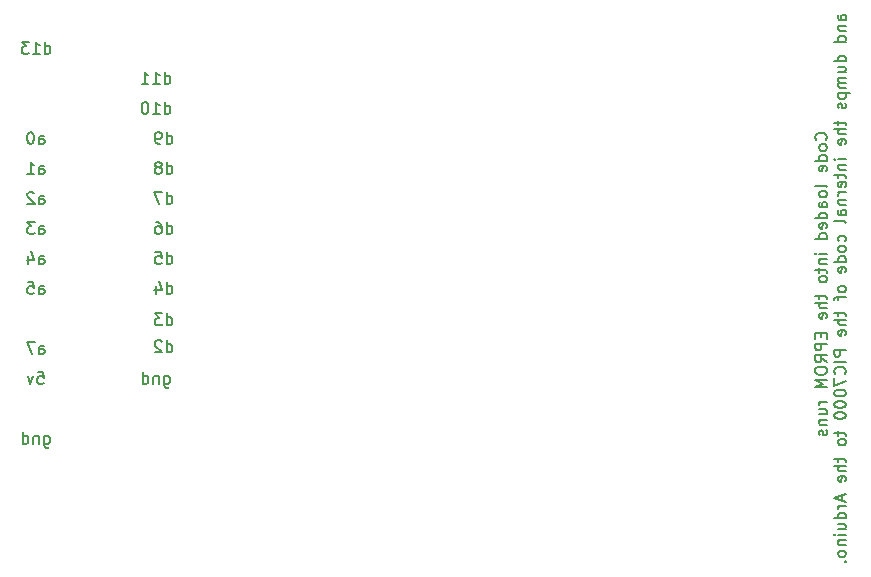
<source format=gbo>
%TF.GenerationSoftware,KiCad,Pcbnew,(6.0.0)*%
%TF.CreationDate,2023-01-29T20:34:43-05:00*%
%TF.ProjectId,dumper,64756d70-6572-42e6-9b69-6361645f7063,rev?*%
%TF.SameCoordinates,Original*%
%TF.FileFunction,Legend,Bot*%
%TF.FilePolarity,Positive*%
%FSLAX46Y46*%
G04 Gerber Fmt 4.6, Leading zero omitted, Abs format (unit mm)*
G04 Created by KiCad (PCBNEW (6.0.0)) date 2023-01-29 20:34:43*
%MOMM*%
%LPD*%
G01*
G04 APERTURE LIST*
%ADD10C,0.150000*%
%ADD11C,1.700000*%
%ADD12R,1.600000X1.600000*%
%ADD13O,1.600000X1.600000*%
%ADD14C,1.600000*%
%ADD15R,1.295400X1.295400*%
%ADD16C,1.295400*%
%ADD17C,3.200000*%
%ADD18R,1.800000X1.800000*%
%ADD19C,1.800000*%
G04 APERTURE END LIST*
D10*
X80906904Y-121737380D02*
X80906904Y-121213571D01*
X80954523Y-121118333D01*
X81049761Y-121070714D01*
X81240238Y-121070714D01*
X81335476Y-121118333D01*
X80906904Y-121689761D02*
X81002142Y-121737380D01*
X81240238Y-121737380D01*
X81335476Y-121689761D01*
X81383095Y-121594523D01*
X81383095Y-121499285D01*
X81335476Y-121404047D01*
X81240238Y-121356428D01*
X81002142Y-121356428D01*
X80906904Y-121308809D01*
X80002142Y-121070714D02*
X80002142Y-121737380D01*
X80240238Y-120689761D02*
X80478333Y-121404047D01*
X79859285Y-121404047D01*
X81335476Y-136310714D02*
X81335476Y-137120238D01*
X81383095Y-137215476D01*
X81430714Y-137263095D01*
X81525952Y-137310714D01*
X81668809Y-137310714D01*
X81764047Y-137263095D01*
X81335476Y-136929761D02*
X81430714Y-136977380D01*
X81621190Y-136977380D01*
X81716428Y-136929761D01*
X81764047Y-136882142D01*
X81811666Y-136786904D01*
X81811666Y-136501190D01*
X81764047Y-136405952D01*
X81716428Y-136358333D01*
X81621190Y-136310714D01*
X81430714Y-136310714D01*
X81335476Y-136358333D01*
X80859285Y-136310714D02*
X80859285Y-136977380D01*
X80859285Y-136405952D02*
X80811666Y-136358333D01*
X80716428Y-136310714D01*
X80573571Y-136310714D01*
X80478333Y-136358333D01*
X80430714Y-136453571D01*
X80430714Y-136977380D01*
X79525952Y-136977380D02*
X79525952Y-135977380D01*
X79525952Y-136929761D02*
X79621190Y-136977380D01*
X79811666Y-136977380D01*
X79906904Y-136929761D01*
X79954523Y-136882142D01*
X80002142Y-136786904D01*
X80002142Y-136501190D01*
X79954523Y-136405952D01*
X79906904Y-136358333D01*
X79811666Y-136310714D01*
X79621190Y-136310714D01*
X79525952Y-136358333D01*
X81383095Y-103957380D02*
X81383095Y-102957380D01*
X81383095Y-103909761D02*
X81478333Y-103957380D01*
X81668809Y-103957380D01*
X81764047Y-103909761D01*
X81811666Y-103862142D01*
X81859285Y-103766904D01*
X81859285Y-103481190D01*
X81811666Y-103385952D01*
X81764047Y-103338333D01*
X81668809Y-103290714D01*
X81478333Y-103290714D01*
X81383095Y-103338333D01*
X80383095Y-103957380D02*
X80954523Y-103957380D01*
X80668809Y-103957380D02*
X80668809Y-102957380D01*
X80764047Y-103100238D01*
X80859285Y-103195476D01*
X80954523Y-103243095D01*
X80049761Y-102957380D02*
X79430714Y-102957380D01*
X79764047Y-103338333D01*
X79621190Y-103338333D01*
X79525952Y-103385952D01*
X79478333Y-103433571D01*
X79430714Y-103528809D01*
X79430714Y-103766904D01*
X79478333Y-103862142D01*
X79525952Y-103909761D01*
X79621190Y-103957380D01*
X79906904Y-103957380D01*
X80002142Y-103909761D01*
X80049761Y-103862142D01*
X91543095Y-106497380D02*
X91543095Y-105497380D01*
X91543095Y-106449761D02*
X91638333Y-106497380D01*
X91828809Y-106497380D01*
X91924047Y-106449761D01*
X91971666Y-106402142D01*
X92019285Y-106306904D01*
X92019285Y-106021190D01*
X91971666Y-105925952D01*
X91924047Y-105878333D01*
X91828809Y-105830714D01*
X91638333Y-105830714D01*
X91543095Y-105878333D01*
X90543095Y-106497380D02*
X91114523Y-106497380D01*
X90828809Y-106497380D02*
X90828809Y-105497380D01*
X90924047Y-105640238D01*
X91019285Y-105735476D01*
X91114523Y-105783095D01*
X89590714Y-106497380D02*
X90162142Y-106497380D01*
X89876428Y-106497380D02*
X89876428Y-105497380D01*
X89971666Y-105640238D01*
X90066904Y-105735476D01*
X90162142Y-105783095D01*
X91701904Y-126944380D02*
X91701904Y-125944380D01*
X91701904Y-126896761D02*
X91797142Y-126944380D01*
X91987619Y-126944380D01*
X92082857Y-126896761D01*
X92130476Y-126849142D01*
X92178095Y-126753904D01*
X92178095Y-126468190D01*
X92130476Y-126372952D01*
X92082857Y-126325333D01*
X91987619Y-126277714D01*
X91797142Y-126277714D01*
X91701904Y-126325333D01*
X91320952Y-125944380D02*
X90701904Y-125944380D01*
X91035238Y-126325333D01*
X90892380Y-126325333D01*
X90797142Y-126372952D01*
X90749523Y-126420571D01*
X90701904Y-126515809D01*
X90701904Y-126753904D01*
X90749523Y-126849142D01*
X90797142Y-126896761D01*
X90892380Y-126944380D01*
X91178095Y-126944380D01*
X91273333Y-126896761D01*
X91320952Y-126849142D01*
X91701904Y-119197380D02*
X91701904Y-118197380D01*
X91701904Y-119149761D02*
X91797142Y-119197380D01*
X91987619Y-119197380D01*
X92082857Y-119149761D01*
X92130476Y-119102142D01*
X92178095Y-119006904D01*
X92178095Y-118721190D01*
X92130476Y-118625952D01*
X92082857Y-118578333D01*
X91987619Y-118530714D01*
X91797142Y-118530714D01*
X91701904Y-118578333D01*
X90797142Y-118197380D02*
X90987619Y-118197380D01*
X91082857Y-118245000D01*
X91130476Y-118292619D01*
X91225714Y-118435476D01*
X91273333Y-118625952D01*
X91273333Y-119006904D01*
X91225714Y-119102142D01*
X91178095Y-119149761D01*
X91082857Y-119197380D01*
X90892380Y-119197380D01*
X90797142Y-119149761D01*
X90749523Y-119102142D01*
X90701904Y-119006904D01*
X90701904Y-118768809D01*
X90749523Y-118673571D01*
X90797142Y-118625952D01*
X90892380Y-118578333D01*
X91082857Y-118578333D01*
X91178095Y-118625952D01*
X91225714Y-118673571D01*
X91273333Y-118768809D01*
X80906904Y-119197380D02*
X80906904Y-118673571D01*
X80954523Y-118578333D01*
X81049761Y-118530714D01*
X81240238Y-118530714D01*
X81335476Y-118578333D01*
X80906904Y-119149761D02*
X81002142Y-119197380D01*
X81240238Y-119197380D01*
X81335476Y-119149761D01*
X81383095Y-119054523D01*
X81383095Y-118959285D01*
X81335476Y-118864047D01*
X81240238Y-118816428D01*
X81002142Y-118816428D01*
X80906904Y-118768809D01*
X80525952Y-118197380D02*
X79906904Y-118197380D01*
X80240238Y-118578333D01*
X80097380Y-118578333D01*
X80002142Y-118625952D01*
X79954523Y-118673571D01*
X79906904Y-118768809D01*
X79906904Y-119006904D01*
X79954523Y-119102142D01*
X80002142Y-119149761D01*
X80097380Y-119197380D01*
X80383095Y-119197380D01*
X80478333Y-119149761D01*
X80525952Y-119102142D01*
X91543095Y-109037380D02*
X91543095Y-108037380D01*
X91543095Y-108989761D02*
X91638333Y-109037380D01*
X91828809Y-109037380D01*
X91924047Y-108989761D01*
X91971666Y-108942142D01*
X92019285Y-108846904D01*
X92019285Y-108561190D01*
X91971666Y-108465952D01*
X91924047Y-108418333D01*
X91828809Y-108370714D01*
X91638333Y-108370714D01*
X91543095Y-108418333D01*
X90543095Y-109037380D02*
X91114523Y-109037380D01*
X90828809Y-109037380D02*
X90828809Y-108037380D01*
X90924047Y-108180238D01*
X91019285Y-108275476D01*
X91114523Y-108323095D01*
X89924047Y-108037380D02*
X89828809Y-108037380D01*
X89733571Y-108085000D01*
X89685952Y-108132619D01*
X89638333Y-108227857D01*
X89590714Y-108418333D01*
X89590714Y-108656428D01*
X89638333Y-108846904D01*
X89685952Y-108942142D01*
X89733571Y-108989761D01*
X89828809Y-109037380D01*
X89924047Y-109037380D01*
X90019285Y-108989761D01*
X90066904Y-108942142D01*
X90114523Y-108846904D01*
X90162142Y-108656428D01*
X90162142Y-108418333D01*
X90114523Y-108227857D01*
X90066904Y-108132619D01*
X90019285Y-108085000D01*
X89924047Y-108037380D01*
X91701904Y-121737380D02*
X91701904Y-120737380D01*
X91701904Y-121689761D02*
X91797142Y-121737380D01*
X91987619Y-121737380D01*
X92082857Y-121689761D01*
X92130476Y-121642142D01*
X92178095Y-121546904D01*
X92178095Y-121261190D01*
X92130476Y-121165952D01*
X92082857Y-121118333D01*
X91987619Y-121070714D01*
X91797142Y-121070714D01*
X91701904Y-121118333D01*
X90749523Y-120737380D02*
X91225714Y-120737380D01*
X91273333Y-121213571D01*
X91225714Y-121165952D01*
X91130476Y-121118333D01*
X90892380Y-121118333D01*
X90797142Y-121165952D01*
X90749523Y-121213571D01*
X90701904Y-121308809D01*
X90701904Y-121546904D01*
X90749523Y-121642142D01*
X90797142Y-121689761D01*
X90892380Y-121737380D01*
X91130476Y-121737380D01*
X91225714Y-121689761D01*
X91273333Y-121642142D01*
X80906904Y-116657380D02*
X80906904Y-116133571D01*
X80954523Y-116038333D01*
X81049761Y-115990714D01*
X81240238Y-115990714D01*
X81335476Y-116038333D01*
X80906904Y-116609761D02*
X81002142Y-116657380D01*
X81240238Y-116657380D01*
X81335476Y-116609761D01*
X81383095Y-116514523D01*
X81383095Y-116419285D01*
X81335476Y-116324047D01*
X81240238Y-116276428D01*
X81002142Y-116276428D01*
X80906904Y-116228809D01*
X80478333Y-115752619D02*
X80430714Y-115705000D01*
X80335476Y-115657380D01*
X80097380Y-115657380D01*
X80002142Y-115705000D01*
X79954523Y-115752619D01*
X79906904Y-115847857D01*
X79906904Y-115943095D01*
X79954523Y-116085952D01*
X80525952Y-116657380D01*
X79906904Y-116657380D01*
X91495476Y-131230714D02*
X91495476Y-132040238D01*
X91543095Y-132135476D01*
X91590714Y-132183095D01*
X91685952Y-132230714D01*
X91828809Y-132230714D01*
X91924047Y-132183095D01*
X91495476Y-131849761D02*
X91590714Y-131897380D01*
X91781190Y-131897380D01*
X91876428Y-131849761D01*
X91924047Y-131802142D01*
X91971666Y-131706904D01*
X91971666Y-131421190D01*
X91924047Y-131325952D01*
X91876428Y-131278333D01*
X91781190Y-131230714D01*
X91590714Y-131230714D01*
X91495476Y-131278333D01*
X91019285Y-131230714D02*
X91019285Y-131897380D01*
X91019285Y-131325952D02*
X90971666Y-131278333D01*
X90876428Y-131230714D01*
X90733571Y-131230714D01*
X90638333Y-131278333D01*
X90590714Y-131373571D01*
X90590714Y-131897380D01*
X89685952Y-131897380D02*
X89685952Y-130897380D01*
X89685952Y-131849761D02*
X89781190Y-131897380D01*
X89971666Y-131897380D01*
X90066904Y-131849761D01*
X90114523Y-131802142D01*
X90162142Y-131706904D01*
X90162142Y-131421190D01*
X90114523Y-131325952D01*
X90066904Y-131278333D01*
X89971666Y-131230714D01*
X89781190Y-131230714D01*
X89685952Y-131278333D01*
X91701904Y-129230380D02*
X91701904Y-128230380D01*
X91701904Y-129182761D02*
X91797142Y-129230380D01*
X91987619Y-129230380D01*
X92082857Y-129182761D01*
X92130476Y-129135142D01*
X92178095Y-129039904D01*
X92178095Y-128754190D01*
X92130476Y-128658952D01*
X92082857Y-128611333D01*
X91987619Y-128563714D01*
X91797142Y-128563714D01*
X91701904Y-128611333D01*
X91273333Y-128325619D02*
X91225714Y-128278000D01*
X91130476Y-128230380D01*
X90892380Y-128230380D01*
X90797142Y-128278000D01*
X90749523Y-128325619D01*
X90701904Y-128420857D01*
X90701904Y-128516095D01*
X90749523Y-128658952D01*
X91320952Y-129230380D01*
X90701904Y-129230380D01*
X91701904Y-124277380D02*
X91701904Y-123277380D01*
X91701904Y-124229761D02*
X91797142Y-124277380D01*
X91987619Y-124277380D01*
X92082857Y-124229761D01*
X92130476Y-124182142D01*
X92178095Y-124086904D01*
X92178095Y-123801190D01*
X92130476Y-123705952D01*
X92082857Y-123658333D01*
X91987619Y-123610714D01*
X91797142Y-123610714D01*
X91701904Y-123658333D01*
X90797142Y-123610714D02*
X90797142Y-124277380D01*
X91035238Y-123229761D02*
X91273333Y-123944047D01*
X90654285Y-123944047D01*
X80906904Y-114117380D02*
X80906904Y-113593571D01*
X80954523Y-113498333D01*
X81049761Y-113450714D01*
X81240238Y-113450714D01*
X81335476Y-113498333D01*
X80906904Y-114069761D02*
X81002142Y-114117380D01*
X81240238Y-114117380D01*
X81335476Y-114069761D01*
X81383095Y-113974523D01*
X81383095Y-113879285D01*
X81335476Y-113784047D01*
X81240238Y-113736428D01*
X81002142Y-113736428D01*
X80906904Y-113688809D01*
X79906904Y-114117380D02*
X80478333Y-114117380D01*
X80192619Y-114117380D02*
X80192619Y-113117380D01*
X80287857Y-113260238D01*
X80383095Y-113355476D01*
X80478333Y-113403095D01*
X91701904Y-116657380D02*
X91701904Y-115657380D01*
X91701904Y-116609761D02*
X91797142Y-116657380D01*
X91987619Y-116657380D01*
X92082857Y-116609761D01*
X92130476Y-116562142D01*
X92178095Y-116466904D01*
X92178095Y-116181190D01*
X92130476Y-116085952D01*
X92082857Y-116038333D01*
X91987619Y-115990714D01*
X91797142Y-115990714D01*
X91701904Y-116038333D01*
X91320952Y-115657380D02*
X90654285Y-115657380D01*
X91082857Y-116657380D01*
X80906904Y-129357380D02*
X80906904Y-128833571D01*
X80954523Y-128738333D01*
X81049761Y-128690714D01*
X81240238Y-128690714D01*
X81335476Y-128738333D01*
X80906904Y-129309761D02*
X81002142Y-129357380D01*
X81240238Y-129357380D01*
X81335476Y-129309761D01*
X81383095Y-129214523D01*
X81383095Y-129119285D01*
X81335476Y-129024047D01*
X81240238Y-128976428D01*
X81002142Y-128976428D01*
X80906904Y-128928809D01*
X80525952Y-128357380D02*
X79859285Y-128357380D01*
X80287857Y-129357380D01*
X80787857Y-130897380D02*
X81264047Y-130897380D01*
X81311666Y-131373571D01*
X81264047Y-131325952D01*
X81168809Y-131278333D01*
X80930714Y-131278333D01*
X80835476Y-131325952D01*
X80787857Y-131373571D01*
X80740238Y-131468809D01*
X80740238Y-131706904D01*
X80787857Y-131802142D01*
X80835476Y-131849761D01*
X80930714Y-131897380D01*
X81168809Y-131897380D01*
X81264047Y-131849761D01*
X81311666Y-131802142D01*
X80406904Y-131230714D02*
X80168809Y-131897380D01*
X79930714Y-131230714D01*
X91701904Y-114117380D02*
X91701904Y-113117380D01*
X91701904Y-114069761D02*
X91797142Y-114117380D01*
X91987619Y-114117380D01*
X92082857Y-114069761D01*
X92130476Y-114022142D01*
X92178095Y-113926904D01*
X92178095Y-113641190D01*
X92130476Y-113545952D01*
X92082857Y-113498333D01*
X91987619Y-113450714D01*
X91797142Y-113450714D01*
X91701904Y-113498333D01*
X91082857Y-113545952D02*
X91178095Y-113498333D01*
X91225714Y-113450714D01*
X91273333Y-113355476D01*
X91273333Y-113307857D01*
X91225714Y-113212619D01*
X91178095Y-113165000D01*
X91082857Y-113117380D01*
X90892380Y-113117380D01*
X90797142Y-113165000D01*
X90749523Y-113212619D01*
X90701904Y-113307857D01*
X90701904Y-113355476D01*
X90749523Y-113450714D01*
X90797142Y-113498333D01*
X90892380Y-113545952D01*
X91082857Y-113545952D01*
X91178095Y-113593571D01*
X91225714Y-113641190D01*
X91273333Y-113736428D01*
X91273333Y-113926904D01*
X91225714Y-114022142D01*
X91178095Y-114069761D01*
X91082857Y-114117380D01*
X90892380Y-114117380D01*
X90797142Y-114069761D01*
X90749523Y-114022142D01*
X90701904Y-113926904D01*
X90701904Y-113736428D01*
X90749523Y-113641190D01*
X90797142Y-113593571D01*
X90892380Y-113545952D01*
X80906904Y-111577380D02*
X80906904Y-111053571D01*
X80954523Y-110958333D01*
X81049761Y-110910714D01*
X81240238Y-110910714D01*
X81335476Y-110958333D01*
X80906904Y-111529761D02*
X81002142Y-111577380D01*
X81240238Y-111577380D01*
X81335476Y-111529761D01*
X81383095Y-111434523D01*
X81383095Y-111339285D01*
X81335476Y-111244047D01*
X81240238Y-111196428D01*
X81002142Y-111196428D01*
X80906904Y-111148809D01*
X80240238Y-110577380D02*
X80145000Y-110577380D01*
X80049761Y-110625000D01*
X80002142Y-110672619D01*
X79954523Y-110767857D01*
X79906904Y-110958333D01*
X79906904Y-111196428D01*
X79954523Y-111386904D01*
X80002142Y-111482142D01*
X80049761Y-111529761D01*
X80145000Y-111577380D01*
X80240238Y-111577380D01*
X80335476Y-111529761D01*
X80383095Y-111482142D01*
X80430714Y-111386904D01*
X80478333Y-111196428D01*
X80478333Y-110958333D01*
X80430714Y-110767857D01*
X80383095Y-110672619D01*
X80335476Y-110625000D01*
X80240238Y-110577380D01*
X80906904Y-124277380D02*
X80906904Y-123753571D01*
X80954523Y-123658333D01*
X81049761Y-123610714D01*
X81240238Y-123610714D01*
X81335476Y-123658333D01*
X80906904Y-124229761D02*
X81002142Y-124277380D01*
X81240238Y-124277380D01*
X81335476Y-124229761D01*
X81383095Y-124134523D01*
X81383095Y-124039285D01*
X81335476Y-123944047D01*
X81240238Y-123896428D01*
X81002142Y-123896428D01*
X80906904Y-123848809D01*
X79954523Y-123277380D02*
X80430714Y-123277380D01*
X80478333Y-123753571D01*
X80430714Y-123705952D01*
X80335476Y-123658333D01*
X80097380Y-123658333D01*
X80002142Y-123705952D01*
X79954523Y-123753571D01*
X79906904Y-123848809D01*
X79906904Y-124086904D01*
X79954523Y-124182142D01*
X80002142Y-124229761D01*
X80097380Y-124277380D01*
X80335476Y-124277380D01*
X80430714Y-124229761D01*
X80478333Y-124182142D01*
X91701904Y-111577380D02*
X91701904Y-110577380D01*
X91701904Y-111529761D02*
X91797142Y-111577380D01*
X91987619Y-111577380D01*
X92082857Y-111529761D01*
X92130476Y-111482142D01*
X92178095Y-111386904D01*
X92178095Y-111101190D01*
X92130476Y-111005952D01*
X92082857Y-110958333D01*
X91987619Y-110910714D01*
X91797142Y-110910714D01*
X91701904Y-110958333D01*
X91178095Y-111577380D02*
X90987619Y-111577380D01*
X90892380Y-111529761D01*
X90844761Y-111482142D01*
X90749523Y-111339285D01*
X90701904Y-111148809D01*
X90701904Y-110767857D01*
X90749523Y-110672619D01*
X90797142Y-110625000D01*
X90892380Y-110577380D01*
X91082857Y-110577380D01*
X91178095Y-110625000D01*
X91225714Y-110672619D01*
X91273333Y-110767857D01*
X91273333Y-111005952D01*
X91225714Y-111101190D01*
X91178095Y-111148809D01*
X91082857Y-111196428D01*
X90892380Y-111196428D01*
X90797142Y-111148809D01*
X90749523Y-111101190D01*
X90701904Y-111005952D01*
X147507142Y-111253571D02*
X147554761Y-111205952D01*
X147602380Y-111063095D01*
X147602380Y-110967857D01*
X147554761Y-110825000D01*
X147459523Y-110729761D01*
X147364285Y-110682142D01*
X147173809Y-110634523D01*
X147030952Y-110634523D01*
X146840476Y-110682142D01*
X146745238Y-110729761D01*
X146650000Y-110825000D01*
X146602380Y-110967857D01*
X146602380Y-111063095D01*
X146650000Y-111205952D01*
X146697619Y-111253571D01*
X147602380Y-111825000D02*
X147554761Y-111729761D01*
X147507142Y-111682142D01*
X147411904Y-111634523D01*
X147126190Y-111634523D01*
X147030952Y-111682142D01*
X146983333Y-111729761D01*
X146935714Y-111825000D01*
X146935714Y-111967857D01*
X146983333Y-112063095D01*
X147030952Y-112110714D01*
X147126190Y-112158333D01*
X147411904Y-112158333D01*
X147507142Y-112110714D01*
X147554761Y-112063095D01*
X147602380Y-111967857D01*
X147602380Y-111825000D01*
X147602380Y-113015476D02*
X146602380Y-113015476D01*
X147554761Y-113015476D02*
X147602380Y-112920238D01*
X147602380Y-112729761D01*
X147554761Y-112634523D01*
X147507142Y-112586904D01*
X147411904Y-112539285D01*
X147126190Y-112539285D01*
X147030952Y-112586904D01*
X146983333Y-112634523D01*
X146935714Y-112729761D01*
X146935714Y-112920238D01*
X146983333Y-113015476D01*
X147554761Y-113872619D02*
X147602380Y-113777380D01*
X147602380Y-113586904D01*
X147554761Y-113491666D01*
X147459523Y-113444047D01*
X147078571Y-113444047D01*
X146983333Y-113491666D01*
X146935714Y-113586904D01*
X146935714Y-113777380D01*
X146983333Y-113872619D01*
X147078571Y-113920238D01*
X147173809Y-113920238D01*
X147269047Y-113444047D01*
X147602380Y-115253571D02*
X147554761Y-115158333D01*
X147459523Y-115110714D01*
X146602380Y-115110714D01*
X147602380Y-115777380D02*
X147554761Y-115682142D01*
X147507142Y-115634523D01*
X147411904Y-115586904D01*
X147126190Y-115586904D01*
X147030952Y-115634523D01*
X146983333Y-115682142D01*
X146935714Y-115777380D01*
X146935714Y-115920238D01*
X146983333Y-116015476D01*
X147030952Y-116063095D01*
X147126190Y-116110714D01*
X147411904Y-116110714D01*
X147507142Y-116063095D01*
X147554761Y-116015476D01*
X147602380Y-115920238D01*
X147602380Y-115777380D01*
X147602380Y-116967857D02*
X147078571Y-116967857D01*
X146983333Y-116920238D01*
X146935714Y-116825000D01*
X146935714Y-116634523D01*
X146983333Y-116539285D01*
X147554761Y-116967857D02*
X147602380Y-116872619D01*
X147602380Y-116634523D01*
X147554761Y-116539285D01*
X147459523Y-116491666D01*
X147364285Y-116491666D01*
X147269047Y-116539285D01*
X147221428Y-116634523D01*
X147221428Y-116872619D01*
X147173809Y-116967857D01*
X147602380Y-117872619D02*
X146602380Y-117872619D01*
X147554761Y-117872619D02*
X147602380Y-117777380D01*
X147602380Y-117586904D01*
X147554761Y-117491666D01*
X147507142Y-117444047D01*
X147411904Y-117396428D01*
X147126190Y-117396428D01*
X147030952Y-117444047D01*
X146983333Y-117491666D01*
X146935714Y-117586904D01*
X146935714Y-117777380D01*
X146983333Y-117872619D01*
X147554761Y-118729761D02*
X147602380Y-118634523D01*
X147602380Y-118444047D01*
X147554761Y-118348809D01*
X147459523Y-118301190D01*
X147078571Y-118301190D01*
X146983333Y-118348809D01*
X146935714Y-118444047D01*
X146935714Y-118634523D01*
X146983333Y-118729761D01*
X147078571Y-118777380D01*
X147173809Y-118777380D01*
X147269047Y-118301190D01*
X147602380Y-119634523D02*
X146602380Y-119634523D01*
X147554761Y-119634523D02*
X147602380Y-119539285D01*
X147602380Y-119348809D01*
X147554761Y-119253571D01*
X147507142Y-119205952D01*
X147411904Y-119158333D01*
X147126190Y-119158333D01*
X147030952Y-119205952D01*
X146983333Y-119253571D01*
X146935714Y-119348809D01*
X146935714Y-119539285D01*
X146983333Y-119634523D01*
X147602380Y-120872619D02*
X146935714Y-120872619D01*
X146602380Y-120872619D02*
X146650000Y-120825000D01*
X146697619Y-120872619D01*
X146650000Y-120920238D01*
X146602380Y-120872619D01*
X146697619Y-120872619D01*
X146935714Y-121348809D02*
X147602380Y-121348809D01*
X147030952Y-121348809D02*
X146983333Y-121396428D01*
X146935714Y-121491666D01*
X146935714Y-121634523D01*
X146983333Y-121729761D01*
X147078571Y-121777380D01*
X147602380Y-121777380D01*
X146935714Y-122110714D02*
X146935714Y-122491666D01*
X146602380Y-122253571D02*
X147459523Y-122253571D01*
X147554761Y-122301190D01*
X147602380Y-122396428D01*
X147602380Y-122491666D01*
X147602380Y-122967857D02*
X147554761Y-122872619D01*
X147507142Y-122825000D01*
X147411904Y-122777380D01*
X147126190Y-122777380D01*
X147030952Y-122825000D01*
X146983333Y-122872619D01*
X146935714Y-122967857D01*
X146935714Y-123110714D01*
X146983333Y-123205952D01*
X147030952Y-123253571D01*
X147126190Y-123301190D01*
X147411904Y-123301190D01*
X147507142Y-123253571D01*
X147554761Y-123205952D01*
X147602380Y-123110714D01*
X147602380Y-122967857D01*
X146935714Y-124348809D02*
X146935714Y-124729761D01*
X146602380Y-124491666D02*
X147459523Y-124491666D01*
X147554761Y-124539285D01*
X147602380Y-124634523D01*
X147602380Y-124729761D01*
X147602380Y-125063095D02*
X146602380Y-125063095D01*
X147602380Y-125491666D02*
X147078571Y-125491666D01*
X146983333Y-125444047D01*
X146935714Y-125348809D01*
X146935714Y-125205952D01*
X146983333Y-125110714D01*
X147030952Y-125063095D01*
X147554761Y-126348809D02*
X147602380Y-126253571D01*
X147602380Y-126063095D01*
X147554761Y-125967857D01*
X147459523Y-125920238D01*
X147078571Y-125920238D01*
X146983333Y-125967857D01*
X146935714Y-126063095D01*
X146935714Y-126253571D01*
X146983333Y-126348809D01*
X147078571Y-126396428D01*
X147173809Y-126396428D01*
X147269047Y-125920238D01*
X147078571Y-127586904D02*
X147078571Y-127920238D01*
X147602380Y-128063095D02*
X147602380Y-127586904D01*
X146602380Y-127586904D01*
X146602380Y-128063095D01*
X147602380Y-128491666D02*
X146602380Y-128491666D01*
X146602380Y-128872619D01*
X146650000Y-128967857D01*
X146697619Y-129015476D01*
X146792857Y-129063095D01*
X146935714Y-129063095D01*
X147030952Y-129015476D01*
X147078571Y-128967857D01*
X147126190Y-128872619D01*
X147126190Y-128491666D01*
X147602380Y-130063095D02*
X147126190Y-129729761D01*
X147602380Y-129491666D02*
X146602380Y-129491666D01*
X146602380Y-129872619D01*
X146650000Y-129967857D01*
X146697619Y-130015476D01*
X146792857Y-130063095D01*
X146935714Y-130063095D01*
X147030952Y-130015476D01*
X147078571Y-129967857D01*
X147126190Y-129872619D01*
X147126190Y-129491666D01*
X146602380Y-130682142D02*
X146602380Y-130872619D01*
X146650000Y-130967857D01*
X146745238Y-131063095D01*
X146935714Y-131110714D01*
X147269047Y-131110714D01*
X147459523Y-131063095D01*
X147554761Y-130967857D01*
X147602380Y-130872619D01*
X147602380Y-130682142D01*
X147554761Y-130586904D01*
X147459523Y-130491666D01*
X147269047Y-130444047D01*
X146935714Y-130444047D01*
X146745238Y-130491666D01*
X146650000Y-130586904D01*
X146602380Y-130682142D01*
X147602380Y-131539285D02*
X146602380Y-131539285D01*
X147316666Y-131872619D01*
X146602380Y-132205952D01*
X147602380Y-132205952D01*
X147602380Y-133444047D02*
X146935714Y-133444047D01*
X147126190Y-133444047D02*
X147030952Y-133491666D01*
X146983333Y-133539285D01*
X146935714Y-133634523D01*
X146935714Y-133729761D01*
X146935714Y-134491666D02*
X147602380Y-134491666D01*
X146935714Y-134063095D02*
X147459523Y-134063095D01*
X147554761Y-134110714D01*
X147602380Y-134205952D01*
X147602380Y-134348809D01*
X147554761Y-134444047D01*
X147507142Y-134491666D01*
X146935714Y-134967857D02*
X147602380Y-134967857D01*
X147030952Y-134967857D02*
X146983333Y-135015476D01*
X146935714Y-135110714D01*
X146935714Y-135253571D01*
X146983333Y-135348809D01*
X147078571Y-135396428D01*
X147602380Y-135396428D01*
X147554761Y-135825000D02*
X147602380Y-135920238D01*
X147602380Y-136110714D01*
X147554761Y-136205952D01*
X147459523Y-136253571D01*
X147411904Y-136253571D01*
X147316666Y-136205952D01*
X147269047Y-136110714D01*
X147269047Y-135967857D01*
X147221428Y-135872619D01*
X147126190Y-135825000D01*
X147078571Y-135825000D01*
X146983333Y-135872619D01*
X146935714Y-135967857D01*
X146935714Y-136110714D01*
X146983333Y-136205952D01*
X149212380Y-101110714D02*
X148688571Y-101110714D01*
X148593333Y-101063095D01*
X148545714Y-100967857D01*
X148545714Y-100777380D01*
X148593333Y-100682142D01*
X149164761Y-101110714D02*
X149212380Y-101015476D01*
X149212380Y-100777380D01*
X149164761Y-100682142D01*
X149069523Y-100634523D01*
X148974285Y-100634523D01*
X148879047Y-100682142D01*
X148831428Y-100777380D01*
X148831428Y-101015476D01*
X148783809Y-101110714D01*
X148545714Y-101586904D02*
X149212380Y-101586904D01*
X148640952Y-101586904D02*
X148593333Y-101634523D01*
X148545714Y-101729761D01*
X148545714Y-101872619D01*
X148593333Y-101967857D01*
X148688571Y-102015476D01*
X149212380Y-102015476D01*
X149212380Y-102920238D02*
X148212380Y-102920238D01*
X149164761Y-102920238D02*
X149212380Y-102825000D01*
X149212380Y-102634523D01*
X149164761Y-102539285D01*
X149117142Y-102491666D01*
X149021904Y-102444047D01*
X148736190Y-102444047D01*
X148640952Y-102491666D01*
X148593333Y-102539285D01*
X148545714Y-102634523D01*
X148545714Y-102825000D01*
X148593333Y-102920238D01*
X149212380Y-104586904D02*
X148212380Y-104586904D01*
X149164761Y-104586904D02*
X149212380Y-104491666D01*
X149212380Y-104301190D01*
X149164761Y-104205952D01*
X149117142Y-104158333D01*
X149021904Y-104110714D01*
X148736190Y-104110714D01*
X148640952Y-104158333D01*
X148593333Y-104205952D01*
X148545714Y-104301190D01*
X148545714Y-104491666D01*
X148593333Y-104586904D01*
X148545714Y-105491666D02*
X149212380Y-105491666D01*
X148545714Y-105063095D02*
X149069523Y-105063095D01*
X149164761Y-105110714D01*
X149212380Y-105205952D01*
X149212380Y-105348809D01*
X149164761Y-105444047D01*
X149117142Y-105491666D01*
X149212380Y-105967857D02*
X148545714Y-105967857D01*
X148640952Y-105967857D02*
X148593333Y-106015476D01*
X148545714Y-106110714D01*
X148545714Y-106253571D01*
X148593333Y-106348809D01*
X148688571Y-106396428D01*
X149212380Y-106396428D01*
X148688571Y-106396428D02*
X148593333Y-106444047D01*
X148545714Y-106539285D01*
X148545714Y-106682142D01*
X148593333Y-106777380D01*
X148688571Y-106825000D01*
X149212380Y-106825000D01*
X148545714Y-107301190D02*
X149545714Y-107301190D01*
X148593333Y-107301190D02*
X148545714Y-107396428D01*
X148545714Y-107586904D01*
X148593333Y-107682142D01*
X148640952Y-107729761D01*
X148736190Y-107777380D01*
X149021904Y-107777380D01*
X149117142Y-107729761D01*
X149164761Y-107682142D01*
X149212380Y-107586904D01*
X149212380Y-107396428D01*
X149164761Y-107301190D01*
X149164761Y-108158333D02*
X149212380Y-108253571D01*
X149212380Y-108444047D01*
X149164761Y-108539285D01*
X149069523Y-108586904D01*
X149021904Y-108586904D01*
X148926666Y-108539285D01*
X148879047Y-108444047D01*
X148879047Y-108301190D01*
X148831428Y-108205952D01*
X148736190Y-108158333D01*
X148688571Y-108158333D01*
X148593333Y-108205952D01*
X148545714Y-108301190D01*
X148545714Y-108444047D01*
X148593333Y-108539285D01*
X148545714Y-109634523D02*
X148545714Y-110015476D01*
X148212380Y-109777380D02*
X149069523Y-109777380D01*
X149164761Y-109825000D01*
X149212380Y-109920238D01*
X149212380Y-110015476D01*
X149212380Y-110348809D02*
X148212380Y-110348809D01*
X149212380Y-110777380D02*
X148688571Y-110777380D01*
X148593333Y-110729761D01*
X148545714Y-110634523D01*
X148545714Y-110491666D01*
X148593333Y-110396428D01*
X148640952Y-110348809D01*
X149164761Y-111634523D02*
X149212380Y-111539285D01*
X149212380Y-111348809D01*
X149164761Y-111253571D01*
X149069523Y-111205952D01*
X148688571Y-111205952D01*
X148593333Y-111253571D01*
X148545714Y-111348809D01*
X148545714Y-111539285D01*
X148593333Y-111634523D01*
X148688571Y-111682142D01*
X148783809Y-111682142D01*
X148879047Y-111205952D01*
X149212380Y-112872619D02*
X148545714Y-112872619D01*
X148212380Y-112872619D02*
X148260000Y-112825000D01*
X148307619Y-112872619D01*
X148260000Y-112920238D01*
X148212380Y-112872619D01*
X148307619Y-112872619D01*
X148545714Y-113348809D02*
X149212380Y-113348809D01*
X148640952Y-113348809D02*
X148593333Y-113396428D01*
X148545714Y-113491666D01*
X148545714Y-113634523D01*
X148593333Y-113729761D01*
X148688571Y-113777380D01*
X149212380Y-113777380D01*
X148545714Y-114110714D02*
X148545714Y-114491666D01*
X148212380Y-114253571D02*
X149069523Y-114253571D01*
X149164761Y-114301190D01*
X149212380Y-114396428D01*
X149212380Y-114491666D01*
X149164761Y-115205952D02*
X149212380Y-115110714D01*
X149212380Y-114920238D01*
X149164761Y-114825000D01*
X149069523Y-114777380D01*
X148688571Y-114777380D01*
X148593333Y-114825000D01*
X148545714Y-114920238D01*
X148545714Y-115110714D01*
X148593333Y-115205952D01*
X148688571Y-115253571D01*
X148783809Y-115253571D01*
X148879047Y-114777380D01*
X149212380Y-115682142D02*
X148545714Y-115682142D01*
X148736190Y-115682142D02*
X148640952Y-115729761D01*
X148593333Y-115777380D01*
X148545714Y-115872619D01*
X148545714Y-115967857D01*
X148545714Y-116301190D02*
X149212380Y-116301190D01*
X148640952Y-116301190D02*
X148593333Y-116348809D01*
X148545714Y-116444047D01*
X148545714Y-116586904D01*
X148593333Y-116682142D01*
X148688571Y-116729761D01*
X149212380Y-116729761D01*
X149212380Y-117634523D02*
X148688571Y-117634523D01*
X148593333Y-117586904D01*
X148545714Y-117491666D01*
X148545714Y-117301190D01*
X148593333Y-117205952D01*
X149164761Y-117634523D02*
X149212380Y-117539285D01*
X149212380Y-117301190D01*
X149164761Y-117205952D01*
X149069523Y-117158333D01*
X148974285Y-117158333D01*
X148879047Y-117205952D01*
X148831428Y-117301190D01*
X148831428Y-117539285D01*
X148783809Y-117634523D01*
X149212380Y-118253571D02*
X149164761Y-118158333D01*
X149069523Y-118110714D01*
X148212380Y-118110714D01*
X149164761Y-119825000D02*
X149212380Y-119729761D01*
X149212380Y-119539285D01*
X149164761Y-119444047D01*
X149117142Y-119396428D01*
X149021904Y-119348809D01*
X148736190Y-119348809D01*
X148640952Y-119396428D01*
X148593333Y-119444047D01*
X148545714Y-119539285D01*
X148545714Y-119729761D01*
X148593333Y-119825000D01*
X149212380Y-120396428D02*
X149164761Y-120301190D01*
X149117142Y-120253571D01*
X149021904Y-120205952D01*
X148736190Y-120205952D01*
X148640952Y-120253571D01*
X148593333Y-120301190D01*
X148545714Y-120396428D01*
X148545714Y-120539285D01*
X148593333Y-120634523D01*
X148640952Y-120682142D01*
X148736190Y-120729761D01*
X149021904Y-120729761D01*
X149117142Y-120682142D01*
X149164761Y-120634523D01*
X149212380Y-120539285D01*
X149212380Y-120396428D01*
X149212380Y-121586904D02*
X148212380Y-121586904D01*
X149164761Y-121586904D02*
X149212380Y-121491666D01*
X149212380Y-121301190D01*
X149164761Y-121205952D01*
X149117142Y-121158333D01*
X149021904Y-121110714D01*
X148736190Y-121110714D01*
X148640952Y-121158333D01*
X148593333Y-121205952D01*
X148545714Y-121301190D01*
X148545714Y-121491666D01*
X148593333Y-121586904D01*
X149164761Y-122444047D02*
X149212380Y-122348809D01*
X149212380Y-122158333D01*
X149164761Y-122063095D01*
X149069523Y-122015476D01*
X148688571Y-122015476D01*
X148593333Y-122063095D01*
X148545714Y-122158333D01*
X148545714Y-122348809D01*
X148593333Y-122444047D01*
X148688571Y-122491666D01*
X148783809Y-122491666D01*
X148879047Y-122015476D01*
X149212380Y-123825000D02*
X149164761Y-123729761D01*
X149117142Y-123682142D01*
X149021904Y-123634523D01*
X148736190Y-123634523D01*
X148640952Y-123682142D01*
X148593333Y-123729761D01*
X148545714Y-123825000D01*
X148545714Y-123967857D01*
X148593333Y-124063095D01*
X148640952Y-124110714D01*
X148736190Y-124158333D01*
X149021904Y-124158333D01*
X149117142Y-124110714D01*
X149164761Y-124063095D01*
X149212380Y-123967857D01*
X149212380Y-123825000D01*
X148545714Y-124444047D02*
X148545714Y-124825000D01*
X149212380Y-124586904D02*
X148355238Y-124586904D01*
X148260000Y-124634523D01*
X148212380Y-124729761D01*
X148212380Y-124825000D01*
X148545714Y-125777380D02*
X148545714Y-126158333D01*
X148212380Y-125920238D02*
X149069523Y-125920238D01*
X149164761Y-125967857D01*
X149212380Y-126063095D01*
X149212380Y-126158333D01*
X149212380Y-126491666D02*
X148212380Y-126491666D01*
X149212380Y-126920238D02*
X148688571Y-126920238D01*
X148593333Y-126872619D01*
X148545714Y-126777380D01*
X148545714Y-126634523D01*
X148593333Y-126539285D01*
X148640952Y-126491666D01*
X149164761Y-127777380D02*
X149212380Y-127682142D01*
X149212380Y-127491666D01*
X149164761Y-127396428D01*
X149069523Y-127348809D01*
X148688571Y-127348809D01*
X148593333Y-127396428D01*
X148545714Y-127491666D01*
X148545714Y-127682142D01*
X148593333Y-127777380D01*
X148688571Y-127825000D01*
X148783809Y-127825000D01*
X148879047Y-127348809D01*
X149212380Y-129015476D02*
X148212380Y-129015476D01*
X148212380Y-129396428D01*
X148260000Y-129491666D01*
X148307619Y-129539285D01*
X148402857Y-129586904D01*
X148545714Y-129586904D01*
X148640952Y-129539285D01*
X148688571Y-129491666D01*
X148736190Y-129396428D01*
X148736190Y-129015476D01*
X149212380Y-130015476D02*
X148212380Y-130015476D01*
X149117142Y-131063095D02*
X149164761Y-131015476D01*
X149212380Y-130872619D01*
X149212380Y-130777380D01*
X149164761Y-130634523D01*
X149069523Y-130539285D01*
X148974285Y-130491666D01*
X148783809Y-130444047D01*
X148640952Y-130444047D01*
X148450476Y-130491666D01*
X148355238Y-130539285D01*
X148260000Y-130634523D01*
X148212380Y-130777380D01*
X148212380Y-130872619D01*
X148260000Y-131015476D01*
X148307619Y-131063095D01*
X148212380Y-131396428D02*
X148212380Y-132063095D01*
X149212380Y-131634523D01*
X148212380Y-132634523D02*
X148212380Y-132729761D01*
X148260000Y-132825000D01*
X148307619Y-132872619D01*
X148402857Y-132920238D01*
X148593333Y-132967857D01*
X148831428Y-132967857D01*
X149021904Y-132920238D01*
X149117142Y-132872619D01*
X149164761Y-132825000D01*
X149212380Y-132729761D01*
X149212380Y-132634523D01*
X149164761Y-132539285D01*
X149117142Y-132491666D01*
X149021904Y-132444047D01*
X148831428Y-132396428D01*
X148593333Y-132396428D01*
X148402857Y-132444047D01*
X148307619Y-132491666D01*
X148260000Y-132539285D01*
X148212380Y-132634523D01*
X148212380Y-133586904D02*
X148212380Y-133682142D01*
X148260000Y-133777380D01*
X148307619Y-133825000D01*
X148402857Y-133872619D01*
X148593333Y-133920238D01*
X148831428Y-133920238D01*
X149021904Y-133872619D01*
X149117142Y-133825000D01*
X149164761Y-133777380D01*
X149212380Y-133682142D01*
X149212380Y-133586904D01*
X149164761Y-133491666D01*
X149117142Y-133444047D01*
X149021904Y-133396428D01*
X148831428Y-133348809D01*
X148593333Y-133348809D01*
X148402857Y-133396428D01*
X148307619Y-133444047D01*
X148260000Y-133491666D01*
X148212380Y-133586904D01*
X148212380Y-134539285D02*
X148212380Y-134634523D01*
X148260000Y-134729761D01*
X148307619Y-134777380D01*
X148402857Y-134825000D01*
X148593333Y-134872619D01*
X148831428Y-134872619D01*
X149021904Y-134825000D01*
X149117142Y-134777380D01*
X149164761Y-134729761D01*
X149212380Y-134634523D01*
X149212380Y-134539285D01*
X149164761Y-134444047D01*
X149117142Y-134396428D01*
X149021904Y-134348809D01*
X148831428Y-134301190D01*
X148593333Y-134301190D01*
X148402857Y-134348809D01*
X148307619Y-134396428D01*
X148260000Y-134444047D01*
X148212380Y-134539285D01*
X148545714Y-135920238D02*
X148545714Y-136301190D01*
X148212380Y-136063095D02*
X149069523Y-136063095D01*
X149164761Y-136110714D01*
X149212380Y-136205952D01*
X149212380Y-136301190D01*
X149212380Y-136777380D02*
X149164761Y-136682142D01*
X149117142Y-136634523D01*
X149021904Y-136586904D01*
X148736190Y-136586904D01*
X148640952Y-136634523D01*
X148593333Y-136682142D01*
X148545714Y-136777380D01*
X148545714Y-136920238D01*
X148593333Y-137015476D01*
X148640952Y-137063095D01*
X148736190Y-137110714D01*
X149021904Y-137110714D01*
X149117142Y-137063095D01*
X149164761Y-137015476D01*
X149212380Y-136920238D01*
X149212380Y-136777380D01*
X148545714Y-138158333D02*
X148545714Y-138539285D01*
X148212380Y-138301190D02*
X149069523Y-138301190D01*
X149164761Y-138348809D01*
X149212380Y-138444047D01*
X149212380Y-138539285D01*
X149212380Y-138872619D02*
X148212380Y-138872619D01*
X149212380Y-139301190D02*
X148688571Y-139301190D01*
X148593333Y-139253571D01*
X148545714Y-139158333D01*
X148545714Y-139015476D01*
X148593333Y-138920238D01*
X148640952Y-138872619D01*
X149164761Y-140158333D02*
X149212380Y-140063095D01*
X149212380Y-139872619D01*
X149164761Y-139777380D01*
X149069523Y-139729761D01*
X148688571Y-139729761D01*
X148593333Y-139777380D01*
X148545714Y-139872619D01*
X148545714Y-140063095D01*
X148593333Y-140158333D01*
X148688571Y-140205952D01*
X148783809Y-140205952D01*
X148879047Y-139729761D01*
X148926666Y-141348809D02*
X148926666Y-141825000D01*
X149212380Y-141253571D02*
X148212380Y-141586904D01*
X149212380Y-141920238D01*
X149212380Y-142253571D02*
X148545714Y-142253571D01*
X148736190Y-142253571D02*
X148640952Y-142301190D01*
X148593333Y-142348809D01*
X148545714Y-142444047D01*
X148545714Y-142539285D01*
X149212380Y-143301190D02*
X148212380Y-143301190D01*
X149164761Y-143301190D02*
X149212380Y-143205952D01*
X149212380Y-143015476D01*
X149164761Y-142920238D01*
X149117142Y-142872619D01*
X149021904Y-142825000D01*
X148736190Y-142825000D01*
X148640952Y-142872619D01*
X148593333Y-142920238D01*
X148545714Y-143015476D01*
X148545714Y-143205952D01*
X148593333Y-143301190D01*
X148545714Y-144205952D02*
X149212380Y-144205952D01*
X148545714Y-143777380D02*
X149069523Y-143777380D01*
X149164761Y-143825000D01*
X149212380Y-143920238D01*
X149212380Y-144063095D01*
X149164761Y-144158333D01*
X149117142Y-144205952D01*
X149212380Y-144682142D02*
X148545714Y-144682142D01*
X148212380Y-144682142D02*
X148260000Y-144634523D01*
X148307619Y-144682142D01*
X148260000Y-144729761D01*
X148212380Y-144682142D01*
X148307619Y-144682142D01*
X148545714Y-145158333D02*
X149212380Y-145158333D01*
X148640952Y-145158333D02*
X148593333Y-145205952D01*
X148545714Y-145301190D01*
X148545714Y-145444047D01*
X148593333Y-145539285D01*
X148688571Y-145586904D01*
X149212380Y-145586904D01*
X149212380Y-146205952D02*
X149164761Y-146110714D01*
X149117142Y-146063095D01*
X149021904Y-146015476D01*
X148736190Y-146015476D01*
X148640952Y-146063095D01*
X148593333Y-146110714D01*
X148545714Y-146205952D01*
X148545714Y-146348809D01*
X148593333Y-146444047D01*
X148640952Y-146491666D01*
X148736190Y-146539285D01*
X149021904Y-146539285D01*
X149117142Y-146491666D01*
X149164761Y-146444047D01*
X149212380Y-146348809D01*
X149212380Y-146205952D01*
X149117142Y-146967857D02*
X149164761Y-147015476D01*
X149212380Y-146967857D01*
X149164761Y-146920238D01*
X149117142Y-146967857D01*
X149212380Y-146967857D01*
%LPC*%
D11*
%TO.C,SW1*%
X93293000Y-148808000D03*
X86793000Y-148808000D03*
X93293000Y-144308000D03*
X86793000Y-144308000D03*
%TD*%
D12*
%TO.C,U4*%
X104770000Y-98430000D03*
D13*
X104770000Y-100970000D03*
X104770000Y-103510000D03*
X104770000Y-106050000D03*
X104770000Y-108590000D03*
X104770000Y-111130000D03*
X104770000Y-113670000D03*
X104770000Y-116210000D03*
X104770000Y-118750000D03*
X104770000Y-121290000D03*
X104770000Y-123830000D03*
X104770000Y-126370000D03*
X104770000Y-128910000D03*
X104770000Y-131450000D03*
X104770000Y-133990000D03*
X104770000Y-136530000D03*
X104770000Y-139070000D03*
X104770000Y-141610000D03*
X104770000Y-144150000D03*
X104770000Y-146690000D03*
X120010000Y-146690000D03*
X120010000Y-144150000D03*
X120010000Y-141610000D03*
X120010000Y-139070000D03*
X120010000Y-136530000D03*
X120010000Y-133990000D03*
X120010000Y-131450000D03*
X120010000Y-128910000D03*
X120010000Y-126370000D03*
X120010000Y-123830000D03*
X120010000Y-121290000D03*
X120010000Y-118750000D03*
X120010000Y-116210000D03*
X120010000Y-113670000D03*
X120010000Y-111130000D03*
X120010000Y-108590000D03*
X120010000Y-106050000D03*
X120010000Y-103510000D03*
X120010000Y-100970000D03*
X120010000Y-98430000D03*
%TD*%
D12*
%TO.C,A1*%
X93345000Y-139065000D03*
D13*
X93345000Y-136525000D03*
X93345000Y-133985000D03*
X93345000Y-131445000D03*
X93345000Y-128905000D03*
X93345000Y-126365000D03*
X93345000Y-123825000D03*
X93345000Y-121285000D03*
X93345000Y-118745000D03*
X93345000Y-116205000D03*
X93345000Y-113665000D03*
X93345000Y-111125000D03*
X93345000Y-108585000D03*
X93345000Y-106045000D03*
X93345000Y-103505000D03*
X78105000Y-103505000D03*
X78105000Y-106045000D03*
X78105000Y-108585000D03*
X78105000Y-111125000D03*
X78105000Y-113665000D03*
X78105000Y-116205000D03*
X78105000Y-118745000D03*
X78105000Y-121285000D03*
X78105000Y-123825000D03*
X78105000Y-126365000D03*
X78105000Y-128905000D03*
X78105000Y-131445000D03*
X78105000Y-133985000D03*
X78105000Y-136525000D03*
X78105000Y-139065000D03*
%TD*%
D14*
%TO.C,R1*%
X99695000Y-139290000D03*
D13*
X99695000Y-141830000D03*
%TD*%
D15*
%TO.C,U2*%
X142230000Y-104140000D03*
D16*
X142230000Y-106680000D03*
X142230000Y-109220000D03*
X142230000Y-111760000D03*
X142230000Y-114300000D03*
X142230000Y-116840000D03*
X142230000Y-119380000D03*
X142230000Y-121920000D03*
X142230000Y-124460000D03*
X142230000Y-127000000D03*
X142230000Y-129540000D03*
X142230000Y-132080000D03*
X142230000Y-134620000D03*
X142230000Y-137160000D03*
X157470000Y-137160000D03*
X157470000Y-134620000D03*
X157470000Y-132080000D03*
X157470000Y-129540000D03*
X157470000Y-127000000D03*
X157470000Y-124460000D03*
X157470000Y-121920000D03*
X157470000Y-119380000D03*
X157470000Y-116840000D03*
X157470000Y-114300000D03*
X157470000Y-111760000D03*
X157470000Y-109220000D03*
X157470000Y-106680000D03*
X157470000Y-104140000D03*
%TD*%
D17*
%TO.C,REF\u002A\u002A*%
X78105000Y-98425000D03*
%TD*%
D14*
%TO.C,C1*%
X125095000Y-136525000D03*
D13*
X125095000Y-144025000D03*
%TD*%
D17*
%TO.C,REF\u002A\u002A*%
X160645000Y-146685000D03*
%TD*%
D12*
%TO.C,U3*%
X125730000Y-106045000D03*
D13*
X125730000Y-108585000D03*
X125730000Y-111125000D03*
X125730000Y-113665000D03*
X125730000Y-116205000D03*
X125730000Y-118745000D03*
X125730000Y-121285000D03*
X125730000Y-123825000D03*
X125730000Y-126365000D03*
X125730000Y-128905000D03*
X133350000Y-128905000D03*
X133350000Y-126365000D03*
X133350000Y-123825000D03*
X133350000Y-121285000D03*
X133350000Y-118745000D03*
X133350000Y-116205000D03*
X133350000Y-113665000D03*
X133350000Y-111125000D03*
X133350000Y-108585000D03*
X133350000Y-106045000D03*
%TD*%
D18*
%TO.C,D1*%
X96515000Y-146685000D03*
D19*
X99055000Y-146685000D03*
%TD*%
D14*
%TO.C,R2*%
X96520000Y-139290000D03*
D13*
X96520000Y-141830000D03*
%TD*%
D14*
%TO.C,C2*%
X83947000Y-148911000D03*
D13*
X83947000Y-141411000D03*
%TD*%
D17*
%TO.C,REF\u002A\u002A*%
X160645000Y-98425000D03*
%TD*%
%TO.C,REF\u002A\u002A*%
X78105000Y-146685000D03*
%TD*%
M02*

</source>
